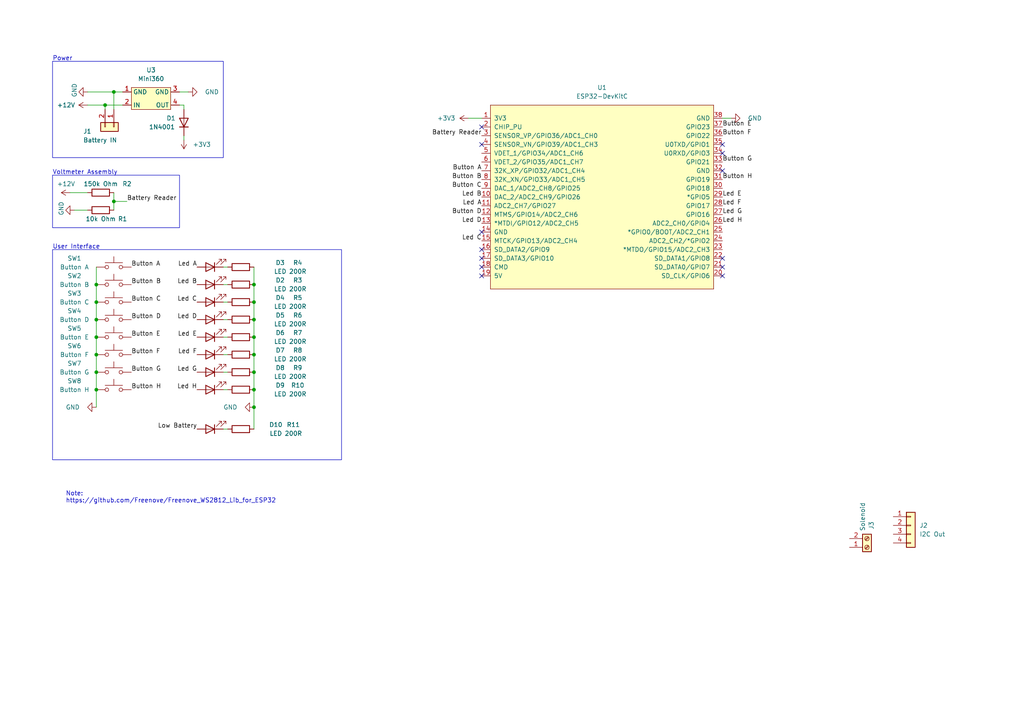
<source format=kicad_sch>
(kicad_sch (version 20230121) (generator eeschema)
  (paper "A4")
  (lib_symbols
    (symbol "Connector:Screw_Terminal_01x02" (pin_names (offset 1.016) hide)
      (property "Reference" "J" (at 0 2.54 0))
      (property "Value" "Screw_Terminal_01x02" (at 0 -5.08 0))
      (symbol "Screw_Terminal_01x02_1_1"
        (rectangle (start -1.27 1.27) (end 1.27 -3.81) (stroke (width 0.254)) (fill (type background)))
        (circle (center 0 -2.54) (radius 0.635) (stroke (width 0.1524)))
        (polyline (pts (xy -0.5334 -2.2098) (xy 0.3302 -3.048)) (stroke (width 0.1524)))
        (polyline (pts (xy -0.5334 0.3302) (xy 0.3302 -0.508)) (stroke (width 0.1524)))
        (polyline (pts (xy -0.3556 -2.032) (xy 0.508 -2.8702)) (stroke (width 0.1524)))
        (polyline (pts (xy -0.3556 0.508) (xy 0.508 -0.3302)) (stroke (width 0.1524)))
        (circle (center 0 0) (radius 0.635) (stroke (width 0.1524)))
        (pin passive line (at -5.08 0 0) (length 3.81) (name "Pin_1") (number "1"))
        (pin passive line (at -5.08 -2.54 0) (length 3.81) (name "Pin_2") (number "2"))
      )
    )
    (symbol "Connector_Generic:Conn_01x02" (pin_names (offset 1.016) hide)
      (property "Reference" "J" (at 0 2.54 0))
      (property "Value" "Conn_01x02" (at 0 -5.08 0))
      (symbol "Conn_01x02_1_1"
        (rectangle (start -1.27 -2.413) (end 0 -2.667) (stroke (width 0.1524)))
        (rectangle (start -1.27 0.127) (end 0 -0.127) (stroke (width 0.1524)))
        (rectangle (start -1.27 1.27) (end 1.27 -3.81) (stroke (width 0.254)) (fill (type background)))
        (pin passive line (at -5.08 0 0) (length 3.81) (name "Pin_1") (number "1"))
        (pin passive line (at -5.08 -2.54 0) (length 3.81) (name "Pin_2") (number "2"))
      )
    )
    (symbol "Connector_Generic:Conn_01x04" (pin_names (offset 1.016) hide)
      (property "Reference" "J" (at 0 5.08 0))
      (property "Value" "Conn_01x04" (at 0 -7.62 0))
      (symbol "Conn_01x04_1_1"
        (rectangle (start -1.27 -4.953) (end 0 -5.207) (stroke (width 0.1524)))
        (rectangle (start -1.27 -2.413) (end 0 -2.667) (stroke (width 0.1524)))
        (rectangle (start -1.27 0.127) (end 0 -0.127) (stroke (width 0.1524)))
        (rectangle (start -1.27 2.667) (end 0 2.413) (stroke (width 0.1524)))
        (rectangle (start -1.27 3.81) (end 1.27 -6.35) (stroke (width 0.254)) (fill (type background)))
        (pin passive line (at -5.08 2.54 0) (length 3.81) (name "Pin_1") (number "1"))
        (pin passive line (at -5.08 0 0) (length 3.81) (name "Pin_2") (number "2"))
        (pin passive line (at -5.08 -2.54 0) (length 3.81) (name "Pin_3") (number "3"))
        (pin passive line (at -5.08 -5.08 0) (length 3.81) (name "Pin_4") (number "4"))
      )
    )
    (symbol "Device:LED" (pin_numbers hide) (pin_names (offset 1.016) hide)
      (property "Reference" "D" (at 0 2.54 0))
      (property "Value" "LED" (at 0 -2.54 0))
      (symbol "LED_0_1"
        (polyline (pts (xy -1.27 -1.27) (xy -1.27 1.27)) (stroke (width 0.254)))
        (polyline (pts (xy -1.27 0) (xy 1.27 0)))
        (polyline (pts (xy 1.27 -1.27) (xy 1.27 1.27) (xy -1.27 0) (xy 1.27 -1.27)) (stroke (width 0.254)))
        (polyline (pts (xy -3.048 -0.762) (xy -4.572 -2.286) (xy -3.81 -2.286) (xy -4.572 -2.286) (xy -4.572 -1.524)))
        (polyline (pts (xy -1.778 -0.762) (xy -3.302 -2.286) (xy -2.54 -2.286) (xy -3.302 -2.286) (xy -3.302 -1.524)))
      )
      (symbol "LED_1_1"
        (pin passive line (at -3.81 0 0) (length 2.54) (name "K") (number "1"))
        (pin passive line (at 3.81 0 180) (length 2.54) (name "A") (number "2"))
      )
    )
    (symbol "Device:R" (pin_numbers hide) (pin_names (offset 0))
      (property "Reference" "R" (at 2.032 0 90))
      (property "Value" "R" (at 0 0 90))
      (symbol "R_0_1"
        (rectangle (start -1.016 -2.54) (end 1.016 2.54) (stroke (width 0.254)))
      )
      (symbol "R_1_1"
        (pin passive line (at 0 3.81 270) (length 1.27) (name "~") (number "1"))
        (pin passive line (at 0 -3.81 90) (length 1.27) (name "~") (number "2"))
      )
    )
    (symbol "Diode:1N4001" (pin_numbers hide) (pin_names hide)
      (property "Reference" "D" (at 0 2.54 0))
      (property "Value" "1N4001" (at 0 -2.54 0))
      (symbol "1N4001_0_1"
        (polyline (pts (xy -1.27 1.27) (xy -1.27 -1.27)) (stroke (width 0.254)))
        (polyline (pts (xy 1.27 0) (xy -1.27 0)))
        (polyline (pts (xy 1.27 1.27) (xy 1.27 -1.27) (xy -1.27 0) (xy 1.27 1.27)) (stroke (width 0.254)))
      )
      (symbol "1N4001_1_1"
        (pin passive line (at -3.81 0 0) (length 2.54) (name "K") (number "1"))
        (pin passive line (at 3.81 0 180) (length 2.54) (name "A") (number "2"))
      )
    )
    (symbol "Espressif:ESP32-DevKitC" (pin_names (offset 1.016))
      (property "Reference" "U" (at -8.89 26.67 0))
      (property "Value" "ESP32-DevKitC" (at 0 -29.21 0))
      (symbol "ESP32-DevKitC_0_0"
        (pin power_in line (at -33.02 -11.43 0) (length 2.54) (name "GND") (number "14"))
        (pin power_in line (at -33.02 -24.13 0) (length 2.54) (name "5V") (number "19"))
      )
      (symbol "ESP32-DevKitC_0_1"
        (rectangle (start -30.48 25.4) (end 34.29 -27.94) (fill (type background)))
      )
      (symbol "ESP32-DevKitC_1_1"
        (pin power_in line (at -33.02 21.59 0) (length 2.54) (name "3V3") (number "1"))
        (pin bidirectional line (at -33.02 -1.27 0) (length 2.54) (name "DAC_2/ADC2_CH9/GPIO26") (number "10"))
        (pin bidirectional line (at -33.02 -3.81 0) (length 2.54) (name "ADC2_CH7/GPIO27") (number "11"))
        (pin bidirectional line (at -33.02 -6.35 0) (length 2.54) (name "MTMS/GPIO14/ADC2_CH6") (number "12"))
        (pin bidirectional line (at -33.02 -8.89 0) (length 2.54) (name "*MTDI/GPIO12/ADC2_CH5") (number "13"))
        (pin bidirectional line (at -33.02 -13.97 0) (length 2.54) (name "MTCK/GPIO13/ADC2_CH4") (number "15"))
        (pin bidirectional line (at -33.02 -16.51 0) (length 2.54) (name "SD_DATA2/GPIO9") (number "16"))
        (pin bidirectional line (at -33.02 -19.05 0) (length 2.54) (name "SD_DATA3/GPIO10") (number "17"))
        (pin bidirectional line (at -33.02 -21.59 0) (length 2.54) (name "CMD") (number "18"))
        (pin input line (at -33.02 19.05 0) (length 2.54) (name "CHIP_PU") (number "2"))
        (pin bidirectional line (at 36.83 -24.13 180) (length 2.54) (name "SD_CLK/GPIO6") (number "20"))
        (pin bidirectional line (at 36.83 -21.59 180) (length 2.54) (name "SD_DATA0/GPIO7") (number "21"))
        (pin bidirectional line (at 36.83 -19.05 180) (length 2.54) (name "SD_DATA1/GPIO8") (number "22"))
        (pin bidirectional line (at 36.83 -16.51 180) (length 2.54) (name "*MTDO/GPIO15/ADC2_CH3") (number "23"))
        (pin bidirectional line (at 36.83 -13.97 180) (length 2.54) (name "ADC2_CH2/*GPIO2") (number "24"))
        (pin bidirectional line (at 36.83 -11.43 180) (length 2.54) (name "*GPIO0/BOOT/ADC2_CH1") (number "25"))
        (pin bidirectional line (at 36.83 -8.89 180) (length 2.54) (name "ADC2_CH0/GPIO4") (number "26"))
        (pin bidirectional line (at 36.83 -6.35 180) (length 2.54) (name "GPIO16") (number "27"))
        (pin bidirectional line (at 36.83 -3.81 180) (length 2.54) (name "GPIO17") (number "28"))
        (pin bidirectional line (at 36.83 -1.27 180) (length 2.54) (name "*GPIO5") (number "29"))
        (pin input line (at -33.02 16.51 0) (length 2.54) (name "SENSOR_VP/GPIO36/ADC1_CH0") (number "3"))
        (pin bidirectional line (at 36.83 1.27 180) (length 2.54) (name "GPIO18") (number "30"))
        (pin bidirectional line (at 36.83 3.81 180) (length 2.54) (name "GPIO19") (number "31"))
        (pin power_in line (at 36.83 6.35 180) (length 2.54) (name "GND") (number "32"))
        (pin bidirectional line (at 36.83 8.89 180) (length 2.54) (name "GPIO21") (number "33"))
        (pin bidirectional line (at 36.83 11.43 180) (length 2.54) (name "U0RXD/GPIO3") (number "34"))
        (pin bidirectional line (at 36.83 13.97 180) (length 2.54) (name "U0TXD/GPIO1") (number "35"))
        (pin bidirectional line (at 36.83 16.51 180) (length 2.54) (name "GPIO22") (number "36"))
        (pin bidirectional line (at 36.83 19.05 180) (length 2.54) (name "GPIO23") (number "37"))
        (pin power_in line (at 36.83 21.59 180) (length 2.54) (name "GND") (number "38"))
        (pin input line (at -33.02 13.97 0) (length 2.54) (name "SENSOR_VN/GPIO39/ADC1_CH3") (number "4"))
        (pin input line (at -33.02 11.43 0) (length 2.54) (name "VDET_1/GPIO34/ADC1_CH6") (number "5"))
        (pin input line (at -33.02 8.89 0) (length 2.54) (name "VDET_2/GPIO35/ADC1_CH7") (number "6"))
        (pin bidirectional line (at -33.02 6.35 0) (length 2.54) (name "32K_XP/GPIO32/ADC1_CH4") (number "7"))
        (pin bidirectional line (at -33.02 3.81 0) (length 2.54) (name "32K_XN/GPIO33/ADC1_CH5") (number "8"))
        (pin bidirectional line (at -33.02 1.27 0) (length 2.54) (name "DAC_1/ADC2_CH8/GPIO25") (number "9"))
      )
    )
    (symbol "My_Library:Mini360"
      (property "Reference" "U" (at 2.54 7.62 0))
      (property "Value" "Mini360" (at 6.35 10.16 0))
      (symbol "Mini360_1_1"
        (rectangle (start 0 6.35) (end 11.43 0) (fill (type background)))
        (pin power_in line (at -2.54 5.08 0) (length 2.54) (name "GND") (number "1"))
        (pin power_in line (at -2.54 1.27 0) (length 2.54) (name "IN") (number "2"))
        (pin power_in line (at 13.97 5.08 180) (length 2.54) (name "GND") (number "3"))
        (pin power_out line (at 13.97 1.27 180) (length 2.54) (name "OUT") (number "4"))
      )
    )
    (symbol "Switch:SW_Push" (pin_numbers hide) (pin_names (offset 1.016) hide)
      (property "Reference" "SW" (at 1.27 2.54 0))
      (property "Value" "SW_Push" (at 0 -1.524 0))
      (symbol "SW_Push_0_1"
        (circle (center -2.032 0) (radius 0.508))
        (polyline (pts (xy 0 1.27) (xy 0 3.048)))
        (polyline (pts (xy 2.54 1.27) (xy -2.54 1.27)))
        (circle (center 2.032 0) (radius 0.508))
        (pin passive line (at -5.08 0 0) (length 2.54) (name "1") (number "1"))
        (pin passive line (at 5.08 0 180) (length 2.54) (name "2") (number "2"))
      )
    )
    (symbol "power:+12V" (power) (pin_names (offset 0))
      (property "Value" "+12V" (at 0 3.556 0))
      (symbol "+12V_0_1"
        (polyline (pts (xy -0.762 1.27) (xy 0 2.54)))
        (polyline (pts (xy 0 0) (xy 0 2.54)))
        (polyline (pts (xy 0 2.54) (xy 0.762 1.27)))
      )
      (symbol "+12V_1_1"
        (pin power_in line (at 0 0 90) (length 0) hide (name "+12V") (number "1"))
      )
    )
    (symbol "power:+3V3" (power) (pin_names (offset 0))
      (property "Value" "+3V3" (at 0 3.556 0))
      (symbol "+3V3_0_1"
        (polyline (pts (xy -0.762 1.27) (xy 0 2.54)))
        (polyline (pts (xy 0 0) (xy 0 2.54)))
        (polyline (pts (xy 0 2.54) (xy 0.762 1.27)))
      )
      (symbol "+3V3_1_1"
        (pin power_in line (at 0 0 90) (length 0) hide (name "+3V3") (number "1"))
      )
    )
    (symbol "power:GND" (power) (pin_names (offset 0))
      (property "Value" "GND" (at 0 -3.81 0))
      (symbol "GND_0_1"
        (polyline (pts (xy 0 0) (xy 0 -1.27) (xy 1.27 -1.27) (xy 0 -2.54) (xy -1.27 -1.27) (xy 0 -1.27)))
      )
      (symbol "GND_1_1"
        (pin power_in line (at 0 0 270) (length 0) hide (name "GND") (number "1"))
      )
    )
  )
  (junction (at 33.02 58.42))
  (junction (at 27.94 97.79))
  (junction (at 27.94 82.55))
  (junction (at 73.66 92.71))
  (junction (at 73.66 87.63))
  (junction (at 73.66 97.79))
  (junction (at 73.66 118.11))
  (junction (at 27.94 102.87))
  (junction (at 73.66 113.03))
  (junction (at 27.94 87.63))
  (junction (at 33.02 26.67))
  (junction (at 73.66 82.55))
  (junction (at 30.48 30.48))
  (junction (at 27.94 113.03))
  (junction (at 27.94 92.71))
  (junction (at 73.66 102.87))
  (junction (at 73.66 107.95))
  (junction (at 27.94 107.95))
  (no_connect (at 139.7 67.31))
  (no_connect (at 209.55 49.53))
  (no_connect (at 139.7 74.93))
  (no_connect (at 139.7 41.91))
  (no_connect (at 139.7 80.01))
  (no_connect (at 139.7 72.39))
  (no_connect (at 209.55 44.45))
  (no_connect (at 209.55 41.91))
  (no_connect (at 209.55 80.01))
  (no_connect (at 139.7 36.83))
  (no_connect (at 209.55 74.93))
  (no_connect (at 139.7 77.47))
  (no_connect (at 209.55 77.47))
  (wire (pts (xy 66.04 82.55) (xy 64.77 82.55)))
  (wire (pts (xy 66.04 113.03) (xy 64.77 113.03)))
  (wire (pts (xy 33.02 26.67) (xy 35.56 26.67)))
  (wire (pts (xy 66.04 102.87) (xy 64.77 102.87)))
  (wire (pts (xy 20.32 55.88) (xy 25.4 55.88)))
  (wire (pts (xy 27.94 82.55) (xy 27.94 87.63)))
  (wire (pts (xy 53.34 31.75) (xy 53.34 30.48)))
  (wire (pts (xy 33.02 58.42) (xy 33.02 60.96)))
  (wire (pts (xy 66.04 92.71) (xy 64.77 92.71)))
  (wire (pts (xy 73.66 92.71) (xy 73.66 97.79)))
  (wire (pts (xy 73.66 113.03) (xy 73.66 118.11)))
  (wire (pts (xy 27.94 92.71) (xy 27.94 97.79)))
  (wire (pts (xy 30.48 30.48) (xy 30.48 31.75)))
  (wire (pts (xy 66.04 124.46) (xy 64.77 124.46)))
  (wire (pts (xy 66.04 87.63) (xy 64.77 87.63)))
  (wire (pts (xy 25.4 26.67) (xy 33.02 26.67)))
  (wire (pts (xy 73.66 107.95) (xy 73.66 113.03)))
  (wire (pts (xy 73.66 118.11) (xy 73.66 124.46)))
  (wire (pts (xy 27.94 102.87) (xy 27.94 107.95)))
  (wire (pts (xy 66.04 97.79) (xy 64.77 97.79)))
  (wire (pts (xy 212.09 34.29) (xy 209.55 34.29)))
  (wire (pts (xy 36.83 58.42) (xy 33.02 58.42)))
  (wire (pts (xy 53.34 30.48) (xy 52.07 30.48)))
  (wire (pts (xy 33.02 55.88) (xy 33.02 58.42)))
  (wire (pts (xy 33.02 26.67) (xy 33.02 31.75)))
  (wire (pts (xy 25.4 30.48) (xy 30.48 30.48)))
  (wire (pts (xy 27.94 113.03) (xy 27.94 118.11)))
  (wire (pts (xy 73.66 102.87) (xy 73.66 107.95)))
  (wire (pts (xy 27.94 107.95) (xy 27.94 113.03)))
  (wire (pts (xy 135.89 34.29) (xy 139.7 34.29)))
  (wire (pts (xy 27.94 97.79) (xy 27.94 102.87)))
  (wire (pts (xy 21.59 60.96) (xy 25.4 60.96)))
  (wire (pts (xy 66.04 107.95) (xy 64.77 107.95)))
  (wire (pts (xy 54.61 26.67) (xy 52.07 26.67)))
  (wire (pts (xy 27.94 77.47) (xy 27.94 82.55)))
  (wire (pts (xy 27.94 87.63) (xy 27.94 92.71)))
  (wire (pts (xy 73.66 82.55) (xy 73.66 87.63)))
  (wire (pts (xy 30.48 30.48) (xy 35.56 30.48)))
  (wire (pts (xy 73.66 87.63) (xy 73.66 92.71)))
  (wire (pts (xy 73.66 77.47) (xy 73.66 82.55)))
  (wire (pts (xy 53.34 39.37) (xy 53.34 40.64)))
  (wire (pts (xy 66.04 77.47) (xy 64.77 77.47)))
  (wire (pts (xy 73.66 97.79) (xy 73.66 102.87)))
  (rectangle (start 15.24 50.8) (end 52.07 66.04))
  (rectangle (start 15.24 17.78) (end 64.77 45.72))
  (rectangle (start 15.24 72.39) (end 99.06 133.35))
  (text "User Interface" (at 15.24 72.39 0) (effects (font (size 1.27 1.27)) (justify left bottom)))
  (text "Note:\nhttps://github.com/Freenove/Freenove_WS2812_Lib_for_ESP32" (at 19.05 146.05 0) (effects (font (size 1.27 1.27)) (justify left bottom)))
  (text "Power" (at 15.24 17.78 0) (effects (font (size 1.27 1.27)) (justify left bottom)))
  (text "Voltmeter Assembly" (at 15.24 50.8 0) (effects (font (size 1.27 1.27)) (justify left bottom)))
  (label "Button G" (at 38.1 107.95 0))
  (label "Button A" (at 38.1 77.47 0))
  (label "Led D" (at 57.15 92.71 180))
  (label "Led H" (at 57.15 113.03 180))
  (label "Button C" (at 38.1 87.63 0))
  (label "Button H" (at 209.55 52.07 0))
  (label "Button D" (at 139.7 62.23 180))
  (label "Led G" (at 209.55 62.23 0))
  (label "Led B" (at 139.7 57.15 180))
  (label "Button F" (at 38.1 102.87 0))
  (label "Led A" (at 57.15 77.47 180))
  (label "Button B" (at 139.7 52.07 180))
  (label "Battery Reader" (at 139.7 39.37 180))
  (label "Button G" (at 209.55 46.99 0))
  (label "Led F" (at 57.15 102.87 180))
  (label "Led D" (at 139.7 64.77 180))
  (label "Button H" (at 38.1 113.03 0))
  (label "Led B" (at 57.15 82.55 180))
  (label "Button B" (at 38.1 82.55 0))
  (label "Button A" (at 139.7 49.53 180))
  (label "Led F" (at 209.55 59.69 0))
  (label "Button E" (at 38.1 97.79 0))
  (label "Button E" (at 209.55 36.83 0))
  (label "Led E" (at 209.55 57.15 0))
  (label "Led C" (at 57.15 87.63 180))
  (label "Led C" (at 139.7 69.85 180))
  (label "Led G" (at 57.15 107.95 180))
  (label "Button F" (at 209.55 39.37 0))
  (label "Low Battery" (at 57.15 124.46 180))
  (label "Led H" (at 209.55 64.77 0))
  (label "Led A" (at 139.7 59.69 180))
  (label "Button D" (at 38.1 92.71 0))
  (label "Led E" (at 57.15 97.79 180))
  (label "Button C" (at 139.7 54.61 180))
  (label "Battery Reader" (at 36.83 58.42 0))
  (symbol (lib_id "Connector:Screw_Terminal_01x02") (at 251.46 158.75 0) (mirror x) (unit 1)
    (property "Reference" "J3" (at 252.73 152.4 90))
    (property "Value" "Solenoid" (at 250.19 149.86 90))
    (property "Footprint" "TerminalBlock_RND:TerminalBlock_RND_205-00001_1x02_P5.00mm_Horizontal" (effects hide))
  )
  (symbol (lib_id "Switch:SW_Push") (at 33.02 102.87 0) (unit 1)
    (property "Reference" "SW6" (at 21.59 100.33 0))
    (property "Value" "Button F" (at 21.59 102.87 0))
    (property "Footprint" "Button_Switch_THT:SW_PUSH_6mm_H13mm" (effects hide))
  )
  (symbol (lib_id "Switch:SW_Push") (at 33.02 82.55 0) (unit 1)
    (property "Reference" "SW2" (at 21.59 80.01 0))
    (property "Value" "Button B" (at 21.59 82.55 0))
    (property "Footprint" "Button_Switch_THT:SW_PUSH_6mm_H13mm" (effects hide))
  )
  (symbol (lib_id "power:+3V3") (at 135.89 34.29 90) (unit 1)
    (property "Reference" "#PWR05" (effects hide))
    (property "Value" "+3V3" (at 132.08 34.29 90) (effects (justify left)))
  )
  (symbol (lib_id "Device:R") (at 29.21 60.96 90) (unit 1)
    (property "Reference" "R2" (at 36.83 53.34 90))
    (property "Value" "10k Ohm" (at 29.21 63.5 90))
    (property "Footprint" "Resistor_THT:R_Axial_DIN0207_L6.3mm_D2.5mm_P7.62mm_Horizontal" (effects hide))
  )
  (symbol (lib_id "Device:R") (at 69.85 77.47 90) (unit 1)
    (property "Reference" "R4" (at 86.36 76.2 90))
    (property "Value" "200R" (at 86.36 78.74 90))
  )
  (symbol (lib_id "power:+3V3") (at 53.34 40.64 180) (unit 1)
    (property "Reference" "#PWR03" (effects hide))
    (property "Value" "+3V3" (at 55.88 41.91 0) (effects (justify right)))
  )
  (symbol (lib_id "Device:R") (at 69.85 92.71 90) (unit 1)
    (property "Reference" "R6" (at 86.36 91.44 90))
    (property "Value" "200R" (at 86.36 93.98 90))
  )
  (symbol (lib_id "Switch:SW_Push") (at 33.02 107.95 0) (unit 1)
    (property "Reference" "SW7" (at 21.59 105.41 0))
    (property "Value" "Button G" (at 21.59 107.95 0))
    (property "Footprint" "Button_Switch_THT:SW_PUSH_6mm_H13mm" (effects hide))
  )
  (symbol (lib_id "Device:LED") (at 60.96 77.47 180) (unit 1)
    (property "Reference" "D3" (at 81.28 76.2 0))
    (property "Value" "LED" (at 81.28 78.74 0))
  )
  (symbol (lib_id "power:GND") (at 54.61 26.67 90) (unit 1)
    (property "Reference" "#PWR04" (effects hide))
    (property "Value" "GND" (at 63.5 26.67 90) (effects (justify left)))
  )
  (symbol (lib_id "Espressif:ESP32-DevKitC") (at 172.72 55.88 0) (unit 1)
    (property "Reference" "U1" (at 174.625 25.4 0))
    (property "Value" "ESP32-DevKitC" (at 174.625 27.94 0))
    (property "Footprint" "Espressif:ESP32-NodeMCU" (effects hide))
    (property "Datasheet" "https://docs.espressif.com/projects/esp-idf/zh_CN/latest/esp32/hw-reference/esp32/get-started-devkitc.html" (effects hide))
  )
  (symbol (lib_id "Device:R") (at 69.85 113.03 90) (unit 1)
    (property "Reference" "R10" (at 86.36 111.76 90))
    (property "Value" "200R" (at 86.36 114.3 90))
  )
  (symbol (lib_id "Switch:SW_Push") (at 33.02 77.47 0) (unit 1)
    (property "Reference" "SW1" (at 21.59 74.93 0))
    (property "Value" "Button A" (at 21.59 77.47 0))
    (property "Footprint" "Button_Switch_THT:SW_PUSH_6mm_H13mm" (effects hide))
  )
  (symbol (lib_id "Device:R") (at 69.85 102.87 90) (unit 1)
    (property "Reference" "R8" (at 86.36 101.6 90))
    (property "Value" "200R" (at 86.36 104.14 90))
  )
  (symbol (lib_id "Device:LED") (at 60.96 82.55 180) (unit 1)
    (property "Reference" "D2" (at 81.28 81.28 0))
    (property "Value" "LED" (at 81.28 83.82 0))
  )
  (symbol (lib_id "My_Library:Mini360") (at 38.1 31.75 0) (unit 1)
    (property "Reference" "U3" (at 43.815 20.32 0))
    (property "Value" "Mini360" (at 43.815 22.86 0))
    (property "Footprint" "My_Library:Mini360" (effects hide))
  )
  (symbol (lib_id "Diode:1N4001") (at 53.34 35.56 90) (unit 1)
    (property "Reference" "D1" (at 48.26 34.29 90) (effects (justify right)))
    (property "Value" "1N4001" (at 43.18 36.83 90) (effects (justify right)))
    (property "Footprint" "Diode_THT:D_DO-41_SOD81_P7.62mm_Horizontal" (effects hide))
    (property "Datasheet" "http://www.vishay.com/docs/88503/1n4001.pdf" (effects hide))
    (property "Sim.Device" "D" (effects hide))
    (property "Sim.Pins" "1=K 2=A" (effects hide))
  )
  (symbol (lib_id "Switch:SW_Push") (at 33.02 113.03 0) (unit 1)
    (property "Reference" "SW8" (at 21.59 110.49 0))
    (property "Value" "Button H" (at 21.59 113.03 0))
    (property "Footprint" "Button_Switch_THT:SW_PUSH_6mm_H13mm" (effects hide))
  )
  (symbol (lib_id "power:+12V") (at 25.4 30.48 90) (unit 1)
    (property "Reference" "#PWR02" (effects hide))
    (property "Value" "+12V" (at 16.51 30.48 90) (effects (justify right)))
  )
  (symbol (lib_id "Device:R") (at 69.85 107.95 90) (unit 1)
    (property "Reference" "R9" (at 86.36 106.68 90))
    (property "Value" "200R" (at 86.36 109.22 90))
  )
  (symbol (lib_id "Switch:SW_Push") (at 33.02 97.79 0) (unit 1)
    (property "Reference" "SW5" (at 21.59 95.25 0))
    (property "Value" "Button E" (at 21.59 97.79 0))
    (property "Footprint" "Button_Switch_THT:SW_PUSH_6mm_H13mm" (effects hide))
  )
  (symbol (lib_id "Device:LED") (at 60.96 97.79 180) (unit 1)
    (property "Reference" "D6" (at 81.28 96.52 0))
    (property "Value" "LED" (at 81.28 99.06 0))
  )
  (symbol (lib_id "Device:LED") (at 60.96 87.63 180) (unit 1)
    (property "Reference" "D4" (at 81.28 86.36 0))
    (property "Value" "LED" (at 81.28 88.9 0))
  )
  (symbol (lib_id "Device:R") (at 69.85 97.79 90) (unit 1)
    (property "Reference" "R7" (at 86.36 96.52 90))
    (property "Value" "200R" (at 86.36 99.06 90))
  )
  (symbol (lib_id "power:+12V") (at 20.32 55.88 90) (unit 1)
    (property "Reference" "#PWR07" (effects hide))
    (property "Value" "+12V" (at 16.51 53.34 90) (effects (justify right)))
  )
  (symbol (lib_id "Device:LED") (at 60.96 113.03 180) (unit 1)
    (property "Reference" "D9" (at 81.28 111.76 0))
    (property "Value" "LED" (at 81.28 114.3 0))
  )
  (symbol (lib_id "Device:LED") (at 60.96 102.87 180) (unit 1)
    (property "Reference" "D7" (at 81.28 101.6 0))
    (property "Value" "LED" (at 81.28 104.14 0))
  )
  (symbol (lib_id "power:GND") (at 21.59 60.96 270) (unit 1)
    (property "Reference" "#PWR08" (effects hide))
    (property "Value" "GND" (at 17.78 58.42 0) (effects (justify left)))
  )
  (symbol (lib_id "power:GND") (at 73.66 118.11 270) (unit 1)
    (property "Reference" "#PWR010" (effects hide))
    (property "Value" "GND" (at 64.77 118.11 90) (effects (justify left)))
  )
  (symbol (lib_id "Device:LED") (at 60.96 107.95 180) (unit 1)
    (property "Reference" "D8" (at 81.28 106.68 0))
    (property "Value" "LED" (at 81.28 109.22 0))
  )
  (symbol (lib_id "Connector_Generic:Conn_01x02") (at 33.02 36.83 270) (unit 1)
    (property "Reference" "J1" (at 24.13 38.1 90) (effects (justify left)))
    (property "Value" "Battery IN" (at 24.13 40.64 90) (effects (justify left)))
  )
  (symbol (lib_id "power:GND") (at 27.94 118.11 270) (unit 1)
    (property "Reference" "#PWR09" (effects hide))
    (property "Value" "GND" (at 19.05 118.11 90) (effects (justify left)))
  )
  (symbol (lib_id "Connector_Generic:Conn_01x04") (at 264.16 152.4 0) (unit 1)
    (property "Reference" "J2" (at 266.7 152.3999 0) (effects (justify left)))
    (property "Value" "I2C Out" (at 266.7 154.9399 0) (effects (justify left)))
    (property "Footprint" "Connector_PinHeader_2.54mm:PinHeader_1x04_P2.54mm_Vertical" (effects hide))
  )
  (symbol (lib_id "Switch:SW_Push") (at 33.02 87.63 0) (unit 1)
    (property "Reference" "SW3" (at 21.59 85.09 0))
    (property "Value" "Button C" (at 21.59 87.63 0))
    (property "Footprint" "Button_Switch_THT:SW_PUSH_6mm_H13mm" (effects hide))
  )
  (symbol (lib_id "Device:R") (at 69.85 124.46 90) (unit 1)
    (property "Reference" "R11" (at 85.09 123.19 90))
    (property "Value" "200R" (at 85.09 125.73 90))
  )
  (symbol (lib_id "Switch:SW_Push") (at 33.02 92.71 0) (unit 1)
    (property "Reference" "SW4" (at 21.59 90.17 0))
    (property "Value" "Button D" (at 21.59 92.71 0))
    (property "Footprint" "Button_Switch_THT:SW_PUSH_6mm_H13mm" (effects hide))
  )
  (symbol (lib_id "Device:LED") (at 60.96 92.71 180) (unit 1)
    (property "Reference" "D5" (at 81.28 91.44 0))
    (property "Value" "LED" (at 81.28 93.98 0))
  )
  (symbol (lib_id "power:GND") (at 25.4 26.67 270) (unit 1)
    (property "Reference" "#PWR01" (effects hide))
    (property "Value" "GND" (at 21.59 24.13 0) (effects (justify left)))
  )
  (symbol (lib_id "Device:R") (at 69.85 87.63 90) (unit 1)
    (property "Reference" "R5" (at 86.36 86.36 90))
    (property "Value" "200R" (at 86.36 88.9 90))
  )
  (symbol (lib_id "Device:LED") (at 60.96 124.46 180) (unit 1)
    (property "Reference" "D10" (at 80.01 123.19 0))
    (property "Value" "LED" (at 80.01 125.73 0))
  )
  (symbol (lib_id "Device:R") (at 29.21 55.88 270) (unit 1)
    (property "Reference" "R1" (at 35.56 63.5 90))
    (property "Value" "150k Ohm" (at 29.21 53.34 90))
    (property "Footprint" "Resistor_THT:R_Axial_DIN0207_L6.3mm_D2.5mm_P7.62mm_Horizontal" (effects hide))
  )
  (symbol (lib_id "power:GND") (at 212.09 34.29 90) (unit 1)
    (property "Reference" "#PWR06" (effects hide))
    (property "Value" "GND" (at 220.98 34.29 90) (effects (justify left)))
  )
  (symbol (lib_id "Device:R") (at 69.85 82.55 90) (unit 1)
    (property "Reference" "R3" (at 86.36 81.28 90))
    (property "Value" "200R" (at 86.36 83.82 90))
  )
)
</source>
